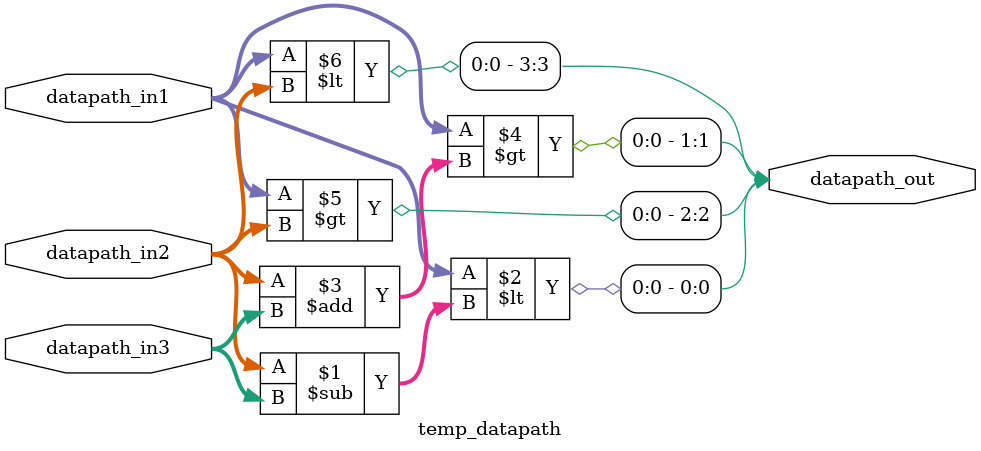
<source format=v>
module temp_datapath
(
    input wire [6:0] datapath_in1, datapath_in2, datapath_in3, 
    output wire [3:0] datapath_out
);

assign datapath_out[0] = datapath_in1 < datapath_in2 - datapath_in3;
assign datapath_out[1] = datapath_in1 > datapath_in2 + datapath_in3;
assign datapath_out[2] = datapath_in1 > datapath_in2;
assign datapath_out[3] = datapath_in1 < datapath_in2;

endmodule
</source>
